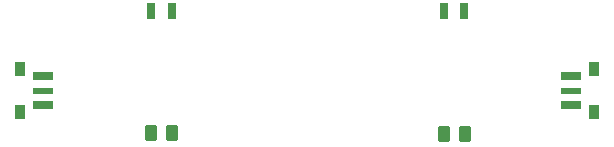
<source format=gtp>
G04*
G04 #@! TF.GenerationSoftware,Altium Limited,Altium Designer,25.8.1 (18)*
G04*
G04 Layer_Color=8421504*
%FSLAX44Y44*%
%MOMM*%
G71*
G04*
G04 #@! TF.SameCoordinates,17EE5B44-E4A8-4C47-BB28-8E3532D48F90*
G04*
G04*
G04 #@! TF.FilePolarity,Positive*
G04*
G01*
G75*
G04:AMPARAMS|DCode=14|XSize=1.05mm|YSize=1.38mm|CornerRadius=0.1313mm|HoleSize=0mm|Usage=FLASHONLY|Rotation=0.000|XOffset=0mm|YOffset=0mm|HoleType=Round|Shape=RoundedRectangle|*
%AMROUNDEDRECTD14*
21,1,1.0500,1.1175,0,0,0.0*
21,1,0.7875,1.3800,0,0,0.0*
1,1,0.2625,0.3938,-0.5587*
1,1,0.2625,-0.3938,-0.5587*
1,1,0.2625,-0.3938,0.5587*
1,1,0.2625,0.3938,0.5587*
%
%ADD14ROUNDEDRECTD14*%
%ADD15R,1.8000X0.7500*%
%ADD16R,0.7620X1.3462*%
%ADD17R,1.8000X0.6000*%
%ADD18R,0.9000X1.3000*%
D14*
X389880Y156210D02*
D03*
X372120D02*
D03*
X142230Y157480D02*
D03*
X124470D02*
D03*
D15*
X480180Y205290D02*
D03*
Y180790D02*
D03*
X32900D02*
D03*
Y205290D02*
D03*
D16*
X124587Y260350D02*
D03*
X372237D02*
D03*
X389763D02*
D03*
X142113D02*
D03*
D17*
X480180Y193040D02*
D03*
X32900D02*
D03*
D18*
X13400Y174540D02*
D03*
Y211540D02*
D03*
X499680Y174540D02*
D03*
Y211540D02*
D03*
M02*

</source>
